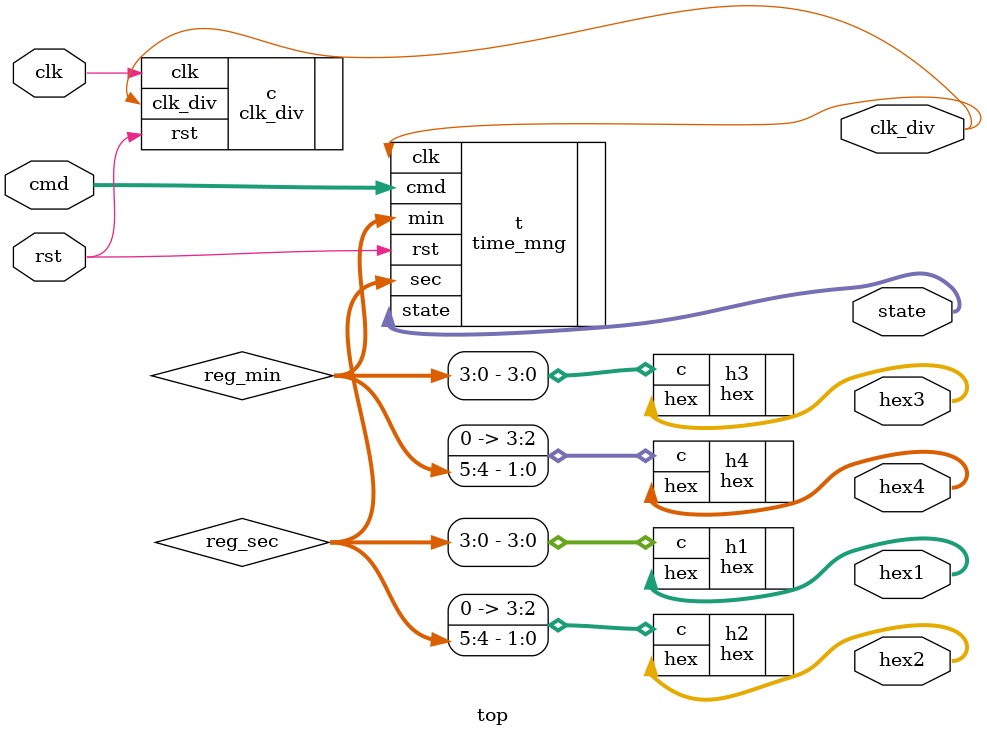
<source format=v>
module top(input clk,
	input rst,
	input [1:0] cmd,
	output clk_div,
	output [1:0] state,
	output [6:0] hex1, hex2, hex3, hex4
);

wire [5:0] reg_min;
wire [5:0] reg_sec;

clk_div c(
	.clk(clk),
	.rst(rst),
	.clk_div(clk_div)
	);

time_mng t(
	.clk(clk_div),
	.rst(rst),
	.cmd(cmd),
	.min(reg_min),
	.sec(reg_sec),
	.state(state)
	);

hex h1(
	.c(reg_sec[3:0]),
	.hex(hex1)
	);

hex h2(
	.c({2'b0,reg_sec[5:4]}),
	.hex(hex2)
	);

hex h3(
	.c(reg_min[3:0]),
	.hex(hex3)
	);

hex h4(
	.c({2'b0,reg_min[5:4]}),
	.hex(hex4)
	);

endmodule

</source>
